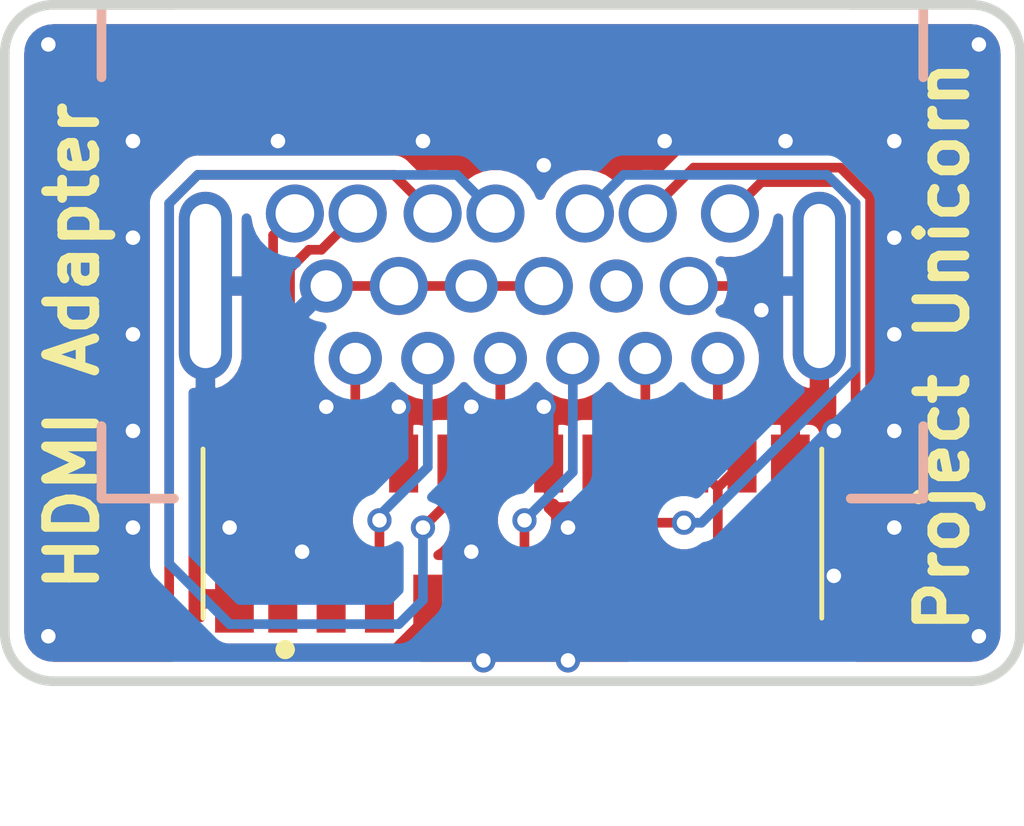
<source format=kicad_pcb>
(kicad_pcb (version 20171130) (host pcbnew "(5.1.6)-1")

  (general
    (thickness 1.6)
    (drawings 20)
    (tracks 112)
    (zones 0)
    (modules 2)
    (nets 15)
  )

  (page A4)
  (layers
    (0 F.Cu signal)
    (31 B.Cu signal)
    (32 B.Adhes user)
    (33 F.Adhes user)
    (34 B.Paste user)
    (35 F.Paste user)
    (36 B.SilkS user)
    (37 F.SilkS user)
    (38 B.Mask user)
    (39 F.Mask user)
    (40 Dwgs.User user)
    (41 Cmts.User user)
    (42 Eco1.User user)
    (43 Eco2.User user)
    (44 Edge.Cuts user)
    (45 Margin user)
    (46 B.CrtYd user)
    (47 F.CrtYd user)
    (48 B.Fab user)
    (49 F.Fab user)
  )

  (setup
    (last_trace_width 0.2)
    (user_trace_width 0.15)
    (trace_clearance 0.1)
    (zone_clearance 0.3)
    (zone_45_only no)
    (trace_min 0.15)
    (via_size 0.5)
    (via_drill 0.3)
    (via_min_size 0.5)
    (via_min_drill 0.3)
    (uvia_size 0.3)
    (uvia_drill 0.1)
    (uvias_allowed no)
    (uvia_min_size 0.2)
    (uvia_min_drill 0.1)
    (edge_width 0.05)
    (segment_width 0.2)
    (pcb_text_width 0.3)
    (pcb_text_size 1.5 1.5)
    (mod_edge_width 0.12)
    (mod_text_size 1 1)
    (mod_text_width 0.15)
    (pad_size 1.524 1.524)
    (pad_drill 0.762)
    (pad_to_mask_clearance 0.05)
    (aux_axis_origin 0 0)
    (visible_elements 7FFFFFFF)
    (pcbplotparams
      (layerselection 0x010fc_ffffffff)
      (usegerberextensions false)
      (usegerberattributes true)
      (usegerberadvancedattributes true)
      (creategerberjobfile true)
      (excludeedgelayer true)
      (linewidth 0.100000)
      (plotframeref false)
      (viasonmask false)
      (mode 1)
      (useauxorigin false)
      (hpglpennumber 1)
      (hpglpenspeed 20)
      (hpglpendiameter 15.000000)
      (psnegative false)
      (psa4output false)
      (plotreference true)
      (plotvalue true)
      (plotinvisibletext false)
      (padsonsilk false)
      (subtractmaskfromsilk false)
      (outputformat 1)
      (mirror false)
      (drillshape 1)
      (scaleselection 1)
      (outputdirectory ""))
  )

  (net 0 "")
  (net 1 GND)
  (net 2 /VCC)
  (net 3 /HEAC_P)
  (net 4 /SDA)
  (net 5 /SCL)
  (net 6 /CEC)
  (net 7 /TMDS_CLK_N)
  (net 8 /TMDS_CLK_P)
  (net 9 /TMDS_0_N)
  (net 10 /TMDS_0_P)
  (net 11 /TMDS_1_N)
  (net 12 /TMDS_1_P)
  (net 13 /TMDS_2_N)
  (net 14 /TMDS_2_P)

  (net_class Default "This is the default net class."
    (clearance 0.1)
    (trace_width 0.2)
    (via_dia 0.5)
    (via_drill 0.3)
    (uvia_dia 0.3)
    (uvia_drill 0.1)
    (add_net /CEC)
    (add_net /HEAC_P)
    (add_net /SCL)
    (add_net /SDA)
    (add_net /TMDS_0_N)
    (add_net /TMDS_0_P)
    (add_net /TMDS_1_N)
    (add_net /TMDS_1_P)
    (add_net /TMDS_2_N)
    (add_net /TMDS_2_P)
    (add_net /TMDS_CLK_N)
    (add_net /TMDS_CLK_P)
    (add_net /VCC)
    (add_net GND)
  )

  (module local:MHDR-A511-M0 (layer B.Cu) (tedit 5EEE2FCB) (tstamp 5F0A0591)
    (at 113.35 43 180)
    (path /5EF149FC)
    (fp_text reference J2 (at 0 -5) (layer B.SilkS) hide
      (effects (font (size 1 1) (thickness 0.15)) (justify mirror))
    )
    (fp_text value Conn_01x19_MountingPin (at 0 2) (layer B.Fab)
      (effects (font (size 1 1) (thickness 0.15)) (justify mirror))
    )
    (fp_line (start -8.5 -5.9) (end -8.5 -4.4) (layer B.SilkS) (width 0.2))
    (fp_line (start -8.5 -5.9) (end -7 -5.9) (layer B.SilkS) (width 0.2))
    (fp_line (start 8.5 -5.9) (end 8.5 -4.4) (layer B.SilkS) (width 0.2))
    (fp_line (start 7 -5.9) (end 8.5 -5.9) (layer B.SilkS) (width 0.2))
    (fp_line (start -8.5 2.82) (end -8.5 4.32) (layer B.SilkS) (width 0.2))
    (fp_line (start -8.5 4.32) (end -7 4.32) (layer B.SilkS) (width 0.2))
    (fp_line (start 8.5 2.82) (end 8.5 4.32) (layer B.SilkS) (width 0.2))
    (fp_line (start 7 4.32) (end 8.5 4.32) (layer B.SilkS) (width 0.2))
    (pad MP thru_hole oval (at -6.35 -1.5 180) (size 1.1 3.9) (drill oval 0.65 3.4) (layers *.Cu *.Mask)
      (net 1 GND))
    (pad 2 thru_hole circle (at 3.85 -1.5 180) (size 1.1 1.1) (drill 0.65) (layers *.Cu *.Mask)
      (net 1 GND))
    (pad 5 thru_hole circle (at 2.35 -1.5 180) (size 1.2 1.2) (drill 0.8) (layers *.Cu *.Mask)
      (net 1 GND))
    (pad 8 thru_hole circle (at 0.85 -1.5 180) (size 1.1 1.1) (drill 0.65) (layers *.Cu *.Mask)
      (net 1 GND))
    (pad 11 thru_hole circle (at -0.65 -1.5 180) (size 1.2 1.2) (drill 0.8) (layers *.Cu *.Mask)
      (net 1 GND))
    (pad 14 thru_hole circle (at -2.15 -1.5 180) (size 1.1 1.1) (drill 0.65) (layers *.Cu *.Mask))
    (pad 18 thru_hole circle (at -4.25 -3 180) (size 1.1 1.1) (drill 0.65) (layers *.Cu *.Mask)
      (net 2 /VCC))
    (pad 16 thru_hole circle (at -2.75 -3 180) (size 1.1 1.1) (drill 0.65) (layers *.Cu *.Mask)
      (net 4 /SDA))
    (pad 12 thru_hole circle (at -1.25 -3 180) (size 1.1 1.1) (drill 0.65) (layers *.Cu *.Mask)
      (net 7 /TMDS_CLK_N))
    (pad 4 thru_hole circle (at 3.25 -3 180) (size 1.1 1.1) (drill 0.65) (layers *.Cu *.Mask)
      (net 12 /TMDS_1_P))
    (pad 6 thru_hole circle (at 1.75 -3 180) (size 1.1 1.1) (drill 0.65) (layers *.Cu *.Mask)
      (net 11 /TMDS_1_N))
    (pad 10 thru_hole circle (at 0.25 -3 180) (size 1.1 1.1) (drill 0.65) (layers *.Cu *.Mask)
      (net 8 /TMDS_CLK_P))
    (pad 17 thru_hole circle (at -3.65 -1.5 180) (size 1.2 1.2) (drill 0.8) (layers *.Cu *.Mask)
      (net 1 GND))
    (pad 7 thru_hole circle (at 1.65 0 180) (size 1.2 1.2) (drill 0.8) (layers *.Cu *.Mask)
      (net 10 /TMDS_0_P))
    (pad 9 thru_hole circle (at 0.35 0 180) (size 1.2 1.2) (drill 0.8) (layers *.Cu *.Mask)
      (net 9 /TMDS_0_N))
    (pad 13 thru_hole circle (at -1.5 0 180) (size 1.2 1.2) (drill 0.8) (layers *.Cu *.Mask)
      (net 6 /CEC))
    (pad 15 thru_hole circle (at -2.8 0 180) (size 1.2 1.2) (drill 0.8) (layers *.Cu *.Mask)
      (net 5 /SCL))
    (pad 19 thru_hole circle (at -4.5 0 180) (size 1.2 1.2) (drill 0.8) (layers *.Cu *.Mask)
      (net 3 /HEAC_P))
    (pad 3 thru_hole circle (at 3.2 0 180) (size 1.2 1.2) (drill 0.8) (layers *.Cu *.Mask)
      (net 13 /TMDS_2_N))
    (pad 1 thru_hole circle (at 4.5 0 180) (size 1.2 1.2) (drill 0.8) (layers *.Cu *.Mask)
      (net 14 /TMDS_2_P))
    (pad MP thru_hole oval (at 6.35 -1.5 180) (size 1.1 3.9) (drill oval 0.65 3.4) (layers *.Cu *.Mask)
      (net 1 GND))
  )

  (module local:5019512010 (layer F.Cu) (tedit 5F09A767) (tstamp 5F0A03DA)
    (at 113.35 50)
    (descr 5019512010)
    (tags Connector)
    (path /5F099EA4)
    (attr smd)
    (fp_text reference J1 (at 0 -5.08) (layer F.SilkS) hide
      (effects (font (size 1.27 1.27) (thickness 0.254)))
    )
    (fp_text value Conn_01x20_MountingPin (at 0 5.08) (layer F.SilkS) hide
      (effects (font (size 1.27 1.27) (thickness 0.254)))
    )
    (fp_line (start -4.6 2.025) (end -4.6 2.025) (layer F.SilkS) (width 0.2))
    (fp_line (start -4.8 2.025) (end -4.8 2.025) (layer F.SilkS) (width 0.2))
    (fp_line (start -6.4 -2.125) (end -6.4 1.375) (layer F.SilkS) (width 0.1))
    (fp_line (start 6.4 -2.125) (end 6.4 1.375) (layer F.SilkS) (width 0.1))
    (fp_line (start -7.4 3.125) (end -7.4 -3.425) (layer F.CrtYd) (width 0.1))
    (fp_line (start 7.4 3.125) (end -7.4 3.125) (layer F.CrtYd) (width 0.1))
    (fp_line (start 7.4 -3.425) (end 7.4 3.125) (layer F.CrtYd) (width 0.1))
    (fp_line (start -7.4 -3.425) (end 7.4 -3.425) (layer F.CrtYd) (width 0.1))
    (fp_line (start -6.4 1.375) (end -6.4 -2.125) (layer F.Fab) (width 0.2))
    (fp_line (start 6.4 1.375) (end -6.4 1.375) (layer F.Fab) (width 0.2))
    (fp_line (start 6.4 -2.125) (end 6.4 1.375) (layer F.Fab) (width 0.2))
    (fp_line (start -6.4 -2.125) (end 6.4 -2.125) (layer F.Fab) (width 0.2))
    (fp_arc (start -4.7 2.025) (end -4.6 2.025) (angle 180) (layer F.SilkS) (width 0.2))
    (fp_arc (start -4.7 2.025) (end -4.8 2.025) (angle 180) (layer F.SilkS) (width 0.2))
    (fp_text user %R (at -0.15 4.5) (layer F.Fab)
      (effects (font (size 1.27 1.27) (thickness 0.254)))
    )
    (pad MP smd rect (at 5.75 0.975) (size 0.8 1.4) (layers F.Cu F.Paste F.Mask)
      (net 1 GND))
    (pad MP smd rect (at 5.75 -1.725) (size 0.8 1.4) (layers F.Cu F.Paste F.Mask)
      (net 1 GND))
    (pad MP smd rect (at -5.75 -1.725) (size 0.8 1.4) (layers F.Cu F.Paste F.Mask)
      (net 1 GND))
    (pad MP smd rect (at -5.75 0.975) (size 0.8 1.4) (layers F.Cu F.Paste F.Mask)
      (net 1 GND))
    (pad 20 smd rect (at 4.75 -1.825) (size 0.6 1.2) (layers F.Cu F.Paste F.Mask)
      (net 2 /VCC))
    (pad 19 smd rect (at 4.25 1.075) (size 0.6 1.2) (layers F.Cu F.Paste F.Mask)
      (net 2 /VCC))
    (pad 18 smd rect (at 3.75 -1.825) (size 0.6 1.2) (layers F.Cu F.Paste F.Mask)
      (net 2 /VCC))
    (pad 17 smd rect (at 3.25 1.075) (size 0.6 1.2) (layers F.Cu F.Paste F.Mask)
      (net 3 /HEAC_P))
    (pad 16 smd rect (at 2.75 -1.825) (size 0.6 1.2) (layers F.Cu F.Paste F.Mask)
      (net 4 /SDA))
    (pad 15 smd rect (at 2.25 1.075) (size 0.6 1.2) (layers F.Cu F.Paste F.Mask)
      (net 5 /SCL))
    (pad 14 smd rect (at 1.75 -1.825) (size 0.6 1.2) (layers F.Cu F.Paste F.Mask)
      (net 6 /CEC))
    (pad 13 smd rect (at 1.25 1.075) (size 0.6 1.2) (layers F.Cu F.Paste F.Mask)
      (net 1 GND))
    (pad 12 smd rect (at 0.75 -1.825) (size 0.6 1.2) (layers F.Cu F.Paste F.Mask)
      (net 1 GND))
    (pad 11 smd rect (at 0.25 1.075) (size 0.6 1.2) (layers F.Cu F.Paste F.Mask)
      (net 7 /TMDS_CLK_N))
    (pad 10 smd rect (at -0.25 -1.825) (size 0.6 1.2) (layers F.Cu F.Paste F.Mask)
      (net 8 /TMDS_CLK_P))
    (pad 9 smd rect (at -0.75 1.075) (size 0.6 1.2) (layers F.Cu F.Paste F.Mask)
      (net 1 GND))
    (pad 8 smd rect (at -1.25 -1.825) (size 0.6 1.2) (layers F.Cu F.Paste F.Mask)
      (net 9 /TMDS_0_N))
    (pad 7 smd rect (at -1.75 1.075) (size 0.6 1.2) (layers F.Cu F.Paste F.Mask)
      (net 10 /TMDS_0_P))
    (pad 6 smd rect (at -2.25 -1.825) (size 0.6 1.2) (layers F.Cu F.Paste F.Mask)
      (net 1 GND))
    (pad 5 smd rect (at -2.75 1.075) (size 0.6 1.2) (layers F.Cu F.Paste F.Mask)
      (net 11 /TMDS_1_N))
    (pad 4 smd rect (at -3.25 -1.825) (size 0.6 1.2) (layers F.Cu F.Paste F.Mask)
      (net 12 /TMDS_1_P))
    (pad 3 smd rect (at -3.75 1.075) (size 0.6 1.2) (layers F.Cu F.Paste F.Mask)
      (net 1 GND))
    (pad 2 smd rect (at -4.25 -1.825) (size 0.6 1.2) (layers F.Cu F.Paste F.Mask)
      (net 13 /TMDS_2_N))
    (pad 1 smd rect (at -4.75 1.075) (size 0.6 1.2) (layers F.Cu F.Paste F.Mask)
      (net 14 /TMDS_2_P))
    (model ${KIPRJMOD}/lib/local.3dshapes/501951-2010.stp
      (offset (xyz 0 0.35 0.5))
      (scale (xyz 1 1 1))
      (rotate (xyz -90 0 0))
    )
  )

  (gr_text "Project Unicorn" (at 122.25 45.75 90) (layer F.SilkS)
    (effects (font (size 1 1) (thickness 0.2)))
  )
  (gr_text "HDMI Adapter" (at 104.25 45.75 90) (layer F.SilkS) (tstamp 5F0A1F8D)
    (effects (font (size 1 1) (thickness 0.2)))
  )
  (gr_arc (start 122.85 39.679999) (end 123.85 39.679999) (angle -90) (layer Edge.Cuts) (width 0.2))
  (gr_line (start 107.15 43) (end 107.15 45.999999) (layer Dwgs.User) (width 0.2))
  (gr_line (start 106.85 45.999999) (end 106.85 43) (layer Dwgs.User) (width 0.2))
  (gr_line (start 122.849999 38.679999) (end 103.85 38.679999) (layer Edge.Cuts) (width 0.2))
  (gr_line (start 119.55 45.999999) (end 119.55 43) (layer Dwgs.User) (width 0.2))
  (gr_line (start 107.15 45.999999) (end 106.85 45.999999) (layer Dwgs.User) (width 0.2))
  (gr_line (start 106.85 43) (end 107.15 43) (layer Dwgs.User) (width 0.2))
  (gr_arc (start 122.85 51.679998) (end 122.85 52.679999) (angle -90) (layer Edge.Cuts) (width 0.2))
  (gr_line (start 103.850001 52.679999) (end 122.85 52.679999) (layer Edge.Cuts) (width 0.2))
  (gr_line (start 102.85 39.679999) (end 102.85 51.679998) (layer Edge.Cuts) (width 0.2))
  (gr_line (start 119.55 43) (end 119.85 43) (layer Dwgs.User) (width 0.2))
  (gr_line (start 123.85 51.679998) (end 123.85 39.679999) (layer Edge.Cuts) (width 0.2))
  (gr_arc (start 103.85 39.679999) (end 103.85 38.679999) (angle -90) (layer Edge.Cuts) (width 0.2))
  (gr_arc (start 103.85 51.679998) (end 102.85 51.679998) (angle -90) (layer Edge.Cuts) (width 0.2))
  (gr_circle (center 119.7 44.5) (end 121.2 44.5) (layer Dwgs.User) (width 0.2))
  (gr_line (start 119.85 45.999999) (end 119.55 45.999999) (layer Dwgs.User) (width 0.2))
  (gr_line (start 119.85 43) (end 119.85 45.999999) (layer Dwgs.User) (width 0.2))
  (gr_circle (center 107 44.5) (end 108.5 44.5) (layer Dwgs.User) (width 0.2))

  (via (at 114.5 52.25) (size 0.5) (drill 0.3) (layers F.Cu B.Cu) (net 0))
  (via (at 112.75 52.25) (size 0.5) (drill 0.3) (layers F.Cu B.Cu) (net 0))
  (segment (start 119.7 44.5) (end 117 44.5) (width 0.2) (layer F.Cu) (net 1))
  (segment (start 109.5 44.5) (end 111 44.5) (width 0.2) (layer F.Cu) (net 1))
  (segment (start 111 44.5) (end 112.5 44.5) (width 0.2) (layer F.Cu) (net 1))
  (segment (start 112.5 44.5) (end 114 44.5) (width 0.2) (layer F.Cu) (net 1))
  (via (at 105.5 41.5) (size 0.5) (drill 0.3) (layers F.Cu B.Cu) (net 1) (tstamp 5F09F142))
  (via (at 103.75 39.5) (size 0.5) (drill 0.3) (layers F.Cu B.Cu) (net 1))
  (via (at 105.5 45.5) (size 0.5) (drill 0.3) (layers F.Cu B.Cu) (net 1))
  (via (at 105.5 47.5) (size 0.5) (drill 0.3) (layers F.Cu B.Cu) (net 1))
  (via (at 105.5 49.5) (size 0.5) (drill 0.3) (layers F.Cu B.Cu) (net 1) (tstamp 5F09F109))
  (via (at 103.75 51.75) (size 0.5) (drill 0.3) (layers F.Cu B.Cu) (net 1) (tstamp 5F0A1BEA))
  (via (at 105.5 43.5) (size 0.5) (drill 0.3) (layers F.Cu B.Cu) (net 1))
  (via (at 108.5 41.5) (size 0.5) (drill 0.3) (layers F.Cu B.Cu) (net 1) (tstamp 5F09F14C))
  (via (at 111.5 41.5) (size 0.5) (drill 0.3) (layers F.Cu B.Cu) (net 1))
  (via (at 121.25 41.5) (size 0.5) (drill 0.3) (layers F.Cu B.Cu) (net 1) (tstamp 5F09F13A))
  (via (at 121.25 43.5) (size 0.5) (drill 0.3) (layers F.Cu B.Cu) (net 1))
  (via (at 121.25 45.5) (size 0.5) (drill 0.3) (layers F.Cu B.Cu) (net 1))
  (via (at 121.25 47.5) (size 0.5) (drill 0.3) (layers F.Cu B.Cu) (net 1))
  (via (at 121.25 49.5) (size 0.5) (drill 0.3) (layers F.Cu B.Cu) (net 1))
  (via (at 123 51.75) (size 0.5) (drill 0.3) (layers F.Cu B.Cu) (net 1))
  (via (at 119 41.5) (size 0.5) (drill 0.3) (layers F.Cu B.Cu) (net 1))
  (via (at 116.5 41.5) (size 0.5) (drill 0.3) (layers F.Cu B.Cu) (net 1))
  (via (at 109 50) (size 0.5) (drill 0.3) (layers F.Cu B.Cu) (net 1))
  (via (at 107.5 49.5) (size 0.5) (drill 0.3) (layers F.Cu B.Cu) (net 1))
  (via (at 114.5 49.5) (size 0.5) (drill 0.3) (layers F.Cu B.Cu) (net 1))
  (via (at 111 47) (size 0.5) (drill 0.3) (layers F.Cu B.Cu) (net 1))
  (via (at 120 50.5) (size 0.5) (drill 0.3) (layers F.Cu B.Cu) (net 1))
  (segment (start 114.1 49.1) (end 114.5 49.5) (width 0.2) (layer F.Cu) (net 1))
  (segment (start 114.1 48.175) (end 114.1 49.1) (width 0.2) (layer F.Cu) (net 1))
  (via (at 114 42) (size 0.5) (drill 0.3) (layers F.Cu B.Cu) (net 1))
  (via (at 112.5 50) (size 0.5) (drill 0.3) (layers F.Cu B.Cu) (net 1))
  (via (at 120 47.5) (size 0.5) (drill 0.3) (layers F.Cu B.Cu) (net 1))
  (via (at 114 47) (size 0.5) (drill 0.3) (layers F.Cu B.Cu) (net 1))
  (via (at 118.5 45) (size 0.5) (drill 0.3) (layers F.Cu B.Cu) (net 1))
  (via (at 109.5 47) (size 0.5) (drill 0.3) (layers F.Cu B.Cu) (net 1))
  (via (at 123 39.5) (size 0.5) (drill 0.3) (layers F.Cu B.Cu) (net 1))
  (via (at 112.5 47) (size 0.5) (drill 0.3) (layers F.Cu B.Cu) (net 1))
  (segment (start 117.6 47.675) (end 117.1 48.175) (width 0.2) (layer F.Cu) (net 2))
  (segment (start 117.6 46) (end 117.6 47.675) (width 0.2) (layer F.Cu) (net 2))
  (segment (start 117.6 47.675) (end 118.1 48.175) (width 0.2) (layer F.Cu) (net 2))
  (segment (start 117.6 48.675) (end 117.1 48.175) (width 0.2) (layer F.Cu) (net 2))
  (segment (start 117.6 51.075) (end 117.6 48.675) (width 0.2) (layer F.Cu) (net 2))
  (segment (start 118.1 48.175) (end 117.6 48.675) (width 0.2) (layer F.Cu) (net 2))
  (segment (start 120.010664 42.34999) (end 120.45001 42.789336) (width 0.2) (layer F.Cu) (net 3))
  (segment (start 117.85 43) (end 118.50001 42.34999) (width 0.2) (layer F.Cu) (net 3))
  (segment (start 118.100001 50.514997) (end 118.100001 51.835001) (width 0.2) (layer F.Cu) (net 3))
  (segment (start 118.50001 42.34999) (end 120.010664 42.34999) (width 0.2) (layer F.Cu) (net 3))
  (segment (start 117.1 51.875) (end 116.6 51.375) (width 0.2) (layer F.Cu) (net 3))
  (segment (start 120.45001 42.789336) (end 120.45001 49.74999) (width 0.2) (layer F.Cu) (net 3))
  (segment (start 120.45001 49.74999) (end 118.865008 49.74999) (width 0.2) (layer F.Cu) (net 3))
  (segment (start 118.865008 49.74999) (end 118.100001 50.514997) (width 0.2) (layer F.Cu) (net 3))
  (segment (start 118.100001 51.835001) (end 118.060001 51.875001) (width 0.2) (layer F.Cu) (net 3))
  (segment (start 118.060001 51.875001) (end 117.1 51.875) (width 0.2) (layer F.Cu) (net 3))
  (segment (start 116.6 51.375) (end 116.6 51.075) (width 0.2) (layer F.Cu) (net 3))
  (segment (start 116.1 46) (end 116.1 48.175) (width 0.2) (layer F.Cu) (net 4))
  (segment (start 115.6 51.335002) (end 115.6 51.075) (width 0.2) (layer F.Cu) (net 5))
  (segment (start 116.440007 52.175009) (end 115.6 51.335002) (width 0.2) (layer F.Cu) (net 5))
  (segment (start 117.10002 42.04998) (end 120.134933 42.049981) (width 0.2) (layer F.Cu) (net 5))
  (segment (start 119.774991 52.175009) (end 116.440007 52.175009) (width 0.2) (layer F.Cu) (net 5))
  (segment (start 116.15 43) (end 117.10002 42.04998) (width 0.2) (layer F.Cu) (net 5))
  (segment (start 120.75002 51.19998) (end 119.774991 52.175009) (width 0.2) (layer F.Cu) (net 5))
  (segment (start 120.134933 42.049981) (end 120.75002 42.665068) (width 0.2) (layer F.Cu) (net 5))
  (segment (start 120.75002 42.665068) (end 120.75002 51.19998) (width 0.2) (layer F.Cu) (net 5))
  (via (at 116.9 49.4) (size 0.5) (drill 0.3) (layers F.Cu B.Cu) (net 6))
  (segment (start 115.1 48.175) (end 115.1 48.975) (width 0.2) (layer F.Cu) (net 6))
  (segment (start 115.525 49.4) (end 116.9 49.4) (width 0.2) (layer F.Cu) (net 6))
  (segment (start 115.1 48.975) (end 115.525 49.4) (width 0.2) (layer F.Cu) (net 6))
  (segment (start 119.860673 42.199999) (end 115.650001 42.199999) (width 0.2) (layer B.Cu) (net 6))
  (segment (start 120.45001 42.789336) (end 119.860673 42.199999) (width 0.2) (layer B.Cu) (net 6))
  (segment (start 117.260674 49.4) (end 120.45001 46.210664) (width 0.2) (layer B.Cu) (net 6))
  (segment (start 120.45001 46.210664) (end 120.45001 42.789336) (width 0.2) (layer B.Cu) (net 6))
  (segment (start 116.9 49.4) (end 117.260674 49.4) (width 0.2) (layer B.Cu) (net 6))
  (segment (start 115.650001 42.199999) (end 114.85 43) (width 0.2) (layer B.Cu) (net 6))
  (segment (start 114.6 46) (end 114.6 48.35) (width 0.2) (layer B.Cu) (net 7))
  (via (at 113.6 49.35) (size 0.5) (drill 0.3) (layers F.Cu B.Cu) (net 7))
  (segment (start 114.6 48.35) (end 113.6 49.35) (width 0.2) (layer B.Cu) (net 7))
  (segment (start 113.6 49.35) (end 113.6 51.075) (width 0.2) (layer F.Cu) (net 7))
  (segment (start 113.1 46) (end 113.1 48.175) (width 0.2) (layer F.Cu) (net 8))
  (via (at 111.5 49.5) (size 0.5) (drill 0.3) (layers F.Cu B.Cu) (net 9))
  (segment (start 112.1 48.9) (end 112.1 48.175) (width 0.2) (layer F.Cu) (net 9))
  (segment (start 111.5 49.5) (end 112.1 48.9) (width 0.2) (layer F.Cu) (net 9))
  (segment (start 107.5 51.5) (end 111 51.5) (width 0.2) (layer B.Cu) (net 9))
  (segment (start 113 43) (end 112.199999 42.199999) (width 0.2) (layer B.Cu) (net 9))
  (segment (start 112.199999 42.199999) (end 106.839327 42.199999) (width 0.2) (layer B.Cu) (net 9))
  (segment (start 106.839327 42.199999) (end 106.24999 42.789336) (width 0.2) (layer B.Cu) (net 9))
  (segment (start 106.24999 42.789336) (end 106.24999 50.24999) (width 0.2) (layer B.Cu) (net 9))
  (segment (start 106.24999 50.24999) (end 107.5 51.5) (width 0.2) (layer B.Cu) (net 9))
  (segment (start 111 51.5) (end 111.5 51) (width 0.2) (layer B.Cu) (net 9))
  (segment (start 111.5 51) (end 111.5 49.5) (width 0.2) (layer B.Cu) (net 9))
  (segment (start 110.935002 52) (end 111.6 51.335002) (width 0.2) (layer F.Cu) (net 10))
  (segment (start 111.6 51.335002) (end 111.6 51.075) (width 0.2) (layer F.Cu) (net 10))
  (segment (start 110.899999 42.199999) (end 106.839327 42.199999) (width 0.2) (layer F.Cu) (net 10))
  (segment (start 106.832499 52) (end 110.935002 52) (width 0.2) (layer F.Cu) (net 10))
  (segment (start 111.7 43) (end 110.899999 42.199999) (width 0.2) (layer F.Cu) (net 10))
  (segment (start 106.24999 42.789336) (end 106.24999 51.417491) (width 0.2) (layer F.Cu) (net 10))
  (segment (start 106.839327 42.199999) (end 106.24999 42.789336) (width 0.2) (layer F.Cu) (net 10))
  (segment (start 106.24999 51.417491) (end 106.832499 52) (width 0.2) (layer F.Cu) (net 10))
  (segment (start 111.6 46) (end 111.6 48.25) (width 0.2) (layer B.Cu) (net 11))
  (via (at 110.6 49.35) (size 0.5) (drill 0.3) (layers F.Cu B.Cu) (net 11))
  (segment (start 110.6 49.25) (end 110.6 49.35) (width 0.2) (layer B.Cu) (net 11))
  (segment (start 111.6 48.25) (end 110.6 49.25) (width 0.2) (layer B.Cu) (net 11))
  (segment (start 110.6 49.35) (end 110.6 51.075) (width 0.2) (layer F.Cu) (net 11))
  (segment (start 110.1 46) (end 110.1 48.175) (width 0.2) (layer F.Cu) (net 12))
  (segment (start 110.15 43) (end 109.4 43.75) (width 0.2) (layer F.Cu) (net 13))
  (segment (start 109.139998 43.75) (end 109.4 43.75) (width 0.2) (layer F.Cu) (net 13))
  (segment (start 108.749999 44.139999) (end 109.139998 43.75) (width 0.2) (layer F.Cu) (net 13))
  (segment (start 108.749999 47.824999) (end 108.749999 44.139999) (width 0.2) (layer F.Cu) (net 13))
  (segment (start 109.1 48.175) (end 108.749999 47.824999) (width 0.2) (layer F.Cu) (net 13))
  (segment (start 108.85 43) (end 108.4 43.45) (width 0.2) (layer F.Cu) (net 14))
  (segment (start 108.4 50.875) (end 108.6 51.075) (width 0.2) (layer F.Cu) (net 14))
  (segment (start 108.4 43.45) (end 108.4 50.875) (width 0.2) (layer F.Cu) (net 14))

  (zone (net 1) (net_name GND) (layer F.Cu) (tstamp 0) (hatch edge 0.508)
    (connect_pads (clearance 0.3))
    (min_thickness 0.2)
    (fill yes (arc_segments 32) (thermal_gap 0.2) (thermal_bridge_width 0.4))
    (polygon
      (pts
        (xy 123.85 52.65) (xy 102.85 52.65) (xy 102.85 38.7) (xy 123.85 38.7)
      )
    )
    (filled_polygon
      (pts
        (xy 122.946652 39.191874) (xy 123.039623 39.219943) (xy 123.125369 39.265535) (xy 123.200628 39.326915) (xy 123.26253 39.401741)
        (xy 123.308722 39.487171) (xy 123.337438 39.579939) (xy 123.350001 39.699463) (xy 123.35 51.655551) (xy 123.338126 51.77665)
        (xy 123.310056 51.869622) (xy 123.264466 51.955365) (xy 123.203084 52.030627) (xy 123.128258 52.092528) (xy 123.042827 52.138721)
        (xy 122.950059 52.167437) (xy 122.830546 52.179999) (xy 120.477107 52.179999) (xy 121.086207 51.5709) (xy 121.105284 51.555244)
        (xy 121.167766 51.479109) (xy 121.214195 51.392247) (xy 121.242785 51.297997) (xy 121.25002 51.22454) (xy 121.25002 51.224539)
        (xy 121.252439 51.199981) (xy 121.25002 51.175423) (xy 121.25002 42.689617) (xy 121.252438 42.665067) (xy 121.25002 42.640517)
        (xy 121.25002 42.640508) (xy 121.242785 42.567051) (xy 121.214195 42.472801) (xy 121.167766 42.385939) (xy 121.105284 42.309804)
        (xy 121.086206 42.294148) (xy 120.505857 41.7138) (xy 120.490197 41.694718) (xy 120.414062 41.632236) (xy 120.3272 41.585807)
        (xy 120.327193 41.585805) (xy 120.23295 41.557216) (xy 120.134933 41.547562) (xy 120.110363 41.549982) (xy 117.124577 41.54998)
        (xy 117.100019 41.547561) (xy 117.075461 41.54998) (xy 117.002004 41.557215) (xy 116.907754 41.585805) (xy 116.907751 41.585806)
        (xy 116.82089 41.632235) (xy 116.77598 41.669092) (xy 116.744757 41.694716) (xy 116.729101 41.713793) (xy 116.410641 42.032253)
        (xy 116.248491 42) (xy 116.051509 42) (xy 115.858311 42.038429) (xy 115.676322 42.113811) (xy 115.512537 42.223249)
        (xy 115.5 42.235786) (xy 115.487463 42.223249) (xy 115.323678 42.113811) (xy 115.141689 42.038429) (xy 114.948491 42)
        (xy 114.751509 42) (xy 114.558311 42.038429) (xy 114.376322 42.113811) (xy 114.212537 42.223249) (xy 114.073249 42.362537)
        (xy 113.963811 42.526322) (xy 113.925 42.62002) (xy 113.886189 42.526322) (xy 113.776751 42.362537) (xy 113.637463 42.223249)
        (xy 113.473678 42.113811) (xy 113.291689 42.038429) (xy 113.098491 42) (xy 112.901509 42) (xy 112.708311 42.038429)
        (xy 112.526322 42.113811) (xy 112.362537 42.223249) (xy 112.35 42.235786) (xy 112.337463 42.223249) (xy 112.173678 42.113811)
        (xy 111.991689 42.038429) (xy 111.798491 42) (xy 111.601509 42) (xy 111.439359 42.032253) (xy 111.270928 41.863823)
        (xy 111.255263 41.844735) (xy 111.179128 41.782253) (xy 111.092266 41.735824) (xy 110.998016 41.707234) (xy 110.924559 41.699999)
        (xy 110.899999 41.69758) (xy 110.875439 41.699999) (xy 106.863876 41.699999) (xy 106.839326 41.697581) (xy 106.814776 41.699999)
        (xy 106.814767 41.699999) (xy 106.74131 41.707234) (xy 106.64706 41.735824) (xy 106.560198 41.782253) (xy 106.484063 41.844735)
        (xy 106.468407 41.863813) (xy 105.913813 42.418407) (xy 105.894726 42.434072) (xy 105.832244 42.510207) (xy 105.785815 42.59707)
        (xy 105.772638 42.640509) (xy 105.757225 42.691319) (xy 105.747571 42.789336) (xy 105.74999 42.813896) (xy 105.749991 51.392921)
        (xy 105.747571 51.417491) (xy 105.757225 51.515508) (xy 105.777217 51.581412) (xy 105.785816 51.609758) (xy 105.832245 51.69662)
        (xy 105.894727 51.772755) (xy 105.913809 51.788415) (xy 106.305392 52.179999) (xy 103.874467 52.179999) (xy 103.753349 52.168123)
        (xy 103.660378 52.140054) (xy 103.574631 52.094461) (xy 103.499373 52.033082) (xy 103.43747 51.958255) (xy 103.391278 51.872826)
        (xy 103.362562 51.780057) (xy 103.35 51.660544) (xy 103.35 39.704457) (xy 103.361875 39.583347) (xy 103.389944 39.490376)
        (xy 103.435536 39.40463) (xy 103.496916 39.329371) (xy 103.571742 39.267469) (xy 103.657172 39.221277) (xy 103.74994 39.192561)
        (xy 103.869454 39.179999) (xy 122.825542 39.179999)
      )
    )
    (filled_polygon
      (pts
        (xy 114.275 49.075) (xy 114.4 49.076452) (xy 114.45881 49.07066) (xy 114.511954 49.054538) (xy 114.515789 49.059211)
        (xy 114.576697 49.109197) (xy 114.626244 49.135681) (xy 114.634779 49.163814) (xy 114.635826 49.167267) (xy 114.682255 49.254129)
        (xy 114.744737 49.330264) (xy 114.763819 49.345924) (xy 115.154079 49.736186) (xy 115.169736 49.755264) (xy 115.245871 49.817746)
        (xy 115.332733 49.864175) (xy 115.426983 49.892765) (xy 115.525 49.902419) (xy 115.54956 49.9) (xy 116.480761 49.9)
        (xy 116.485649 49.904888) (xy 116.59211 49.976022) (xy 116.710402 50.025021) (xy 116.835981 50.05) (xy 116.964019 50.05)
        (xy 117.089598 50.025021) (xy 117.1 50.020712) (xy 117.1 50.128347) (xy 117.053814 50.10366) (xy 116.978414 50.080788)
        (xy 116.9 50.073065) (xy 116.3 50.073065) (xy 116.221586 50.080788) (xy 116.146186 50.10366) (xy 116.1 50.128347)
        (xy 116.053814 50.10366) (xy 115.978414 50.080788) (xy 115.9 50.073065) (xy 115.3 50.073065) (xy 115.221586 50.080788)
        (xy 115.146186 50.10366) (xy 115.076697 50.140803) (xy 115.015789 50.190789) (xy 115.011954 50.195462) (xy 114.95881 50.17934)
        (xy 114.9 50.173548) (xy 114.775 50.175) (xy 114.7 50.25) (xy 114.7 50.975) (xy 114.72 50.975)
        (xy 114.72 51.175) (xy 114.7 51.175) (xy 114.7 51.9) (xy 114.775 51.975) (xy 114.9 51.976452)
        (xy 114.95881 51.97066) (xy 115.011954 51.954538) (xy 115.015789 51.959211) (xy 115.076697 52.009197) (xy 115.146186 52.04634)
        (xy 115.221586 52.069212) (xy 115.3 52.076935) (xy 115.634827 52.076935) (xy 115.737891 52.179999) (xy 111.462108 52.179999)
        (xy 111.565172 52.076935) (xy 111.9 52.076935) (xy 111.978414 52.069212) (xy 112.053814 52.04634) (xy 112.123303 52.009197)
        (xy 112.184211 51.959211) (xy 112.188046 51.954538) (xy 112.24119 51.97066) (xy 112.3 51.976452) (xy 112.425 51.975)
        (xy 112.5 51.9) (xy 112.5 51.175) (xy 112.48 51.175) (xy 112.48 50.975) (xy 112.5 50.975)
        (xy 112.5 50.25) (xy 112.425 50.175) (xy 112.3 50.173548) (xy 112.24119 50.17934) (xy 112.188046 50.195462)
        (xy 112.184211 50.190789) (xy 112.123303 50.140803) (xy 112.053814 50.10366) (xy 111.978414 50.080788) (xy 111.9 50.073065)
        (xy 111.812316 50.073065) (xy 111.914351 50.004888) (xy 112.004888 49.914351) (xy 112.076022 49.80789) (xy 112.125021 49.689598)
        (xy 112.15 49.564019) (xy 112.15 49.557105) (xy 112.436181 49.270925) (xy 112.455264 49.255264) (xy 112.517746 49.179129)
        (xy 112.531684 49.153053) (xy 112.553814 49.14634) (xy 112.6 49.121653) (xy 112.646186 49.14634) (xy 112.721586 49.169212)
        (xy 112.8 49.176935) (xy 112.97169 49.176935) (xy 112.95 49.285981) (xy 112.95 49.414019) (xy 112.974979 49.539598)
        (xy 113.023978 49.65789) (xy 113.095112 49.764351) (xy 113.1 49.769239) (xy 113.1 50.128347) (xy 113.076697 50.140803)
        (xy 113.015789 50.190789) (xy 113.011954 50.195462) (xy 112.95881 50.17934) (xy 112.9 50.173548) (xy 112.775 50.175)
        (xy 112.7 50.25) (xy 112.7 50.975) (xy 112.72 50.975) (xy 112.72 51.175) (xy 112.7 51.175)
        (xy 112.7 51.9) (xy 112.775 51.975) (xy 112.9 51.976452) (xy 112.95881 51.97066) (xy 113.011954 51.954538)
        (xy 113.015789 51.959211) (xy 113.076697 52.009197) (xy 113.146186 52.04634) (xy 113.221586 52.069212) (xy 113.3 52.076935)
        (xy 113.9 52.076935) (xy 113.978414 52.069212) (xy 114.053814 52.04634) (xy 114.123303 52.009197) (xy 114.184211 51.959211)
        (xy 114.188046 51.954538) (xy 114.24119 51.97066) (xy 114.3 51.976452) (xy 114.425 51.975) (xy 114.5 51.9)
        (xy 114.5 51.175) (xy 114.48 51.175) (xy 114.48 50.975) (xy 114.5 50.975) (xy 114.5 50.25)
        (xy 114.425 50.175) (xy 114.3 50.173548) (xy 114.24119 50.17934) (xy 114.188046 50.195462) (xy 114.184211 50.190789)
        (xy 114.123303 50.140803) (xy 114.1 50.128347) (xy 114.1 49.769239) (xy 114.104888 49.764351) (xy 114.176022 49.65789)
        (xy 114.225021 49.539598) (xy 114.25 49.414019) (xy 114.25 49.285981) (xy 114.225021 49.160402) (xy 114.189646 49.075)
        (xy 114.200002 49.075) (xy 114.200002 49.000002)
      )
    )
    (filled_polygon
      (pts
        (xy 120.250021 50.992872) (xy 119.800808 51.442086) (xy 119.8 51.15) (xy 119.725 51.075) (xy 119.2 51.075)
        (xy 119.2 51.095) (xy 119 51.095) (xy 119 51.075) (xy 118.98 51.075) (xy 118.98 50.875)
        (xy 119 50.875) (xy 119 50.855) (xy 119.2 50.855) (xy 119.2 50.875) (xy 119.725 50.875)
        (xy 119.8 50.8) (xy 119.801452 50.275) (xy 119.798989 50.24999) (xy 120.250021 50.24999)
      )
    )
    (filled_polygon
      (pts
        (xy 107.888429 43.291689) (xy 107.909843 43.343387) (xy 107.907235 43.351983) (xy 107.897581 43.45) (xy 107.9 43.47456)
        (xy 107.900001 47.274193) (xy 107.775 47.275) (xy 107.7 47.35) (xy 107.7 48.175) (xy 107.72 48.175)
        (xy 107.72 48.375) (xy 107.7 48.375) (xy 107.7 49.2) (xy 107.775 49.275) (xy 107.900001 49.275807)
        (xy 107.900001 49.974193) (xy 107.775 49.975) (xy 107.7 50.05) (xy 107.7 50.875) (xy 107.72 50.875)
        (xy 107.72 51.075) (xy 107.7 51.075) (xy 107.7 51.095) (xy 107.5 51.095) (xy 107.5 51.075)
        (xy 106.975 51.075) (xy 106.9 51.15) (xy 106.89942 51.359815) (xy 106.74999 51.210386) (xy 106.74999 50.275)
        (xy 106.898548 50.275) (xy 106.9 50.8) (xy 106.975 50.875) (xy 107.5 50.875) (xy 107.5 50.05)
        (xy 107.425 49.975) (xy 107.2 49.973548) (xy 107.14119 49.97934) (xy 107.084639 49.996495) (xy 107.032522 50.024352)
        (xy 106.986841 50.061841) (xy 106.949352 50.107522) (xy 106.921495 50.159639) (xy 106.90434 50.21619) (xy 106.898548 50.275)
        (xy 106.74999 50.275) (xy 106.74999 48.975) (xy 106.898548 48.975) (xy 106.90434 49.03381) (xy 106.921495 49.090361)
        (xy 106.949352 49.142478) (xy 106.986841 49.188159) (xy 107.032522 49.225648) (xy 107.084639 49.253505) (xy 107.14119 49.27066)
        (xy 107.2 49.276452) (xy 107.425 49.275) (xy 107.5 49.2) (xy 107.5 48.375) (xy 106.975 48.375)
        (xy 106.9 48.45) (xy 106.898548 48.975) (xy 106.74999 48.975) (xy 106.74999 47.575) (xy 106.898548 47.575)
        (xy 106.9 48.1) (xy 106.975 48.175) (xy 107.5 48.175) (xy 107.5 47.35) (xy 107.425 47.275)
        (xy 107.2 47.273548) (xy 107.14119 47.27934) (xy 107.084639 47.296495) (xy 107.032522 47.324352) (xy 106.986841 47.361841)
        (xy 106.949352 47.407522) (xy 106.921495 47.459639) (xy 106.90434 47.51619) (xy 106.898548 47.575) (xy 106.74999 47.575)
        (xy 106.74999 46.711299) (xy 106.769185 46.718061) (xy 106.9 46.668521) (xy 106.9 44.6) (xy 107.1 44.6)
        (xy 107.1 46.668521) (xy 107.230815 46.718061) (xy 107.389088 46.662306) (xy 107.53033 46.571751) (xy 107.651192 46.455381)
        (xy 107.747029 46.317668) (xy 107.814158 46.163905) (xy 107.85 46) (xy 107.85 44.6) (xy 107.1 44.6)
        (xy 106.9 44.6) (xy 106.88 44.6) (xy 106.88 44.4) (xy 106.9 44.4) (xy 106.9 44.38)
        (xy 107.1 44.38) (xy 107.1 44.4) (xy 107.85 44.4) (xy 107.85 43.098491)
      )
    )
    (filled_polygon
      (pts
        (xy 109.646186 49.14634) (xy 109.721586 49.169212) (xy 109.8 49.176935) (xy 109.97169 49.176935) (xy 109.95 49.285981)
        (xy 109.95 49.414019) (xy 109.974979 49.539598) (xy 110.023978 49.65789) (xy 110.095112 49.764351) (xy 110.1 49.769239)
        (xy 110.1 50.128347) (xy 110.076697 50.140803) (xy 110.015789 50.190789) (xy 110.011954 50.195462) (xy 109.95881 50.17934)
        (xy 109.9 50.173548) (xy 109.775 50.175) (xy 109.7 50.25) (xy 109.7 50.975) (xy 109.72 50.975)
        (xy 109.72 51.175) (xy 109.7 51.175) (xy 109.7 51.195) (xy 109.5 51.195) (xy 109.5 51.175)
        (xy 109.48 51.175) (xy 109.48 50.975) (xy 109.5 50.975) (xy 109.5 50.25) (xy 109.425 50.175)
        (xy 109.3 50.173548) (xy 109.24119 50.17934) (xy 109.188046 50.195462) (xy 109.184211 50.190789) (xy 109.123303 50.140803)
        (xy 109.053814 50.10366) (xy 108.978414 50.080788) (xy 108.9 50.073065) (xy 108.9 49.176935) (xy 109.4 49.176935)
        (xy 109.478414 49.169212) (xy 109.553814 49.14634) (xy 109.6 49.121653)
      )
    )
    (filled_polygon
      (pts
        (xy 118.85 44.4) (xy 119.6 44.4) (xy 119.6 44.38) (xy 119.8 44.38) (xy 119.8 44.4)
        (xy 119.82 44.4) (xy 119.82 44.6) (xy 119.8 44.6) (xy 119.8 46.668521) (xy 119.930815 46.718061)
        (xy 119.950011 46.711299) (xy 119.950011 49.24999) (xy 119.621937 49.24999) (xy 119.667478 49.225648) (xy 119.713159 49.188159)
        (xy 119.750648 49.142478) (xy 119.778505 49.090361) (xy 119.79566 49.03381) (xy 119.801452 48.975) (xy 119.8 48.45)
        (xy 119.725 48.375) (xy 119.2 48.375) (xy 119.2 48.395) (xy 119 48.395) (xy 119 48.375)
        (xy 118.98 48.375) (xy 118.98 48.175) (xy 119 48.175) (xy 119 47.35) (xy 119.2 47.35)
        (xy 119.2 48.175) (xy 119.725 48.175) (xy 119.8 48.1) (xy 119.801452 47.575) (xy 119.79566 47.51619)
        (xy 119.778505 47.459639) (xy 119.750648 47.407522) (xy 119.713159 47.361841) (xy 119.667478 47.324352) (xy 119.615361 47.296495)
        (xy 119.55881 47.27934) (xy 119.5 47.273548) (xy 119.275 47.275) (xy 119.2 47.35) (xy 119 47.35)
        (xy 118.925 47.275) (xy 118.7 47.273548) (xy 118.667146 47.276784) (xy 118.623303 47.240803) (xy 118.553814 47.20366)
        (xy 118.478414 47.180788) (xy 118.4 47.173065) (xy 118.1 47.173065) (xy 118.1 46.808466) (xy 118.20559 46.737913)
        (xy 118.337913 46.60559) (xy 118.441879 46.449994) (xy 118.513492 46.277105) (xy 118.55 46.093567) (xy 118.55 45.906433)
        (xy 118.513492 45.722895) (xy 118.441879 45.550006) (xy 118.337913 45.39441) (xy 118.20559 45.262087) (xy 118.049994 45.158121)
        (xy 117.877105 45.086508) (xy 117.693567 45.05) (xy 117.691424 45.05) (xy 117.652876 45.011452) (xy 117.785931 44.947405)
        (xy 117.858114 44.78548) (xy 117.89732 44.612586) (xy 117.897655 44.6) (xy 118.85 44.6) (xy 118.85 46)
        (xy 118.885842 46.163905) (xy 118.952971 46.317668) (xy 119.048808 46.455381) (xy 119.16967 46.571751) (xy 119.310912 46.662306)
        (xy 119.469185 46.718061) (xy 119.6 46.668521) (xy 119.6 44.6) (xy 118.85 44.6) (xy 117.897655 44.6)
        (xy 117.902043 44.435364) (xy 117.8721 44.260626) (xy 117.808644 44.095087) (xy 117.785931 44.052595) (xy 117.652876 43.988548)
        (xy 117.659688 43.981736) (xy 117.751509 44) (xy 117.948491 44) (xy 118.141689 43.961571) (xy 118.323678 43.886189)
        (xy 118.487463 43.776751) (xy 118.626751 43.637463) (xy 118.736189 43.473678) (xy 118.811571 43.291689) (xy 118.85 43.098491)
      )
    )
    (filled_polygon
      (pts
        (xy 112.362087 46.60559) (xy 112.49441 46.737913) (xy 112.6 46.808466) (xy 112.600001 47.228347) (xy 112.553814 47.20366)
        (xy 112.478414 47.180788) (xy 112.4 47.173065) (xy 111.8 47.173065) (xy 111.721586 47.180788) (xy 111.646186 47.20366)
        (xy 111.576697 47.240803) (xy 111.515789 47.290789) (xy 111.511954 47.295462) (xy 111.45881 47.27934) (xy 111.4 47.273548)
        (xy 111.275 47.275) (xy 111.2 47.35) (xy 111.2 48.075) (xy 111.22 48.075) (xy 111.22 48.275)
        (xy 111.2 48.275) (xy 111.2 48.295) (xy 111 48.295) (xy 111 48.275) (xy 110.98 48.275)
        (xy 110.98 48.075) (xy 111 48.075) (xy 111 47.35) (xy 110.925 47.275) (xy 110.8 47.273548)
        (xy 110.74119 47.27934) (xy 110.688046 47.295462) (xy 110.684211 47.290789) (xy 110.623303 47.240803) (xy 110.6 47.228347)
        (xy 110.6 46.808466) (xy 110.70559 46.737913) (xy 110.837913 46.60559) (xy 110.85 46.587501) (xy 110.862087 46.60559)
        (xy 110.99441 46.737913) (xy 111.150006 46.841879) (xy 111.322895 46.913492) (xy 111.506433 46.95) (xy 111.693567 46.95)
        (xy 111.877105 46.913492) (xy 112.049994 46.841879) (xy 112.20559 46.737913) (xy 112.337913 46.60559) (xy 112.35 46.587501)
      )
    )
    (filled_polygon
      (pts
        (xy 115.362087 46.60559) (xy 115.49441 46.737913) (xy 115.6 46.808466) (xy 115.600001 47.228347) (xy 115.553814 47.20366)
        (xy 115.478414 47.180788) (xy 115.4 47.173065) (xy 114.8 47.173065) (xy 114.721586 47.180788) (xy 114.646186 47.20366)
        (xy 114.576697 47.240803) (xy 114.515789 47.290789) (xy 114.511954 47.295462) (xy 114.45881 47.27934) (xy 114.4 47.273548)
        (xy 114.275 47.275) (xy 114.2 47.35) (xy 114.2 48.075) (xy 114.22 48.075) (xy 114.22 48.275)
        (xy 114.2 48.275) (xy 114.2 48.295) (xy 114 48.295) (xy 114 48.275) (xy 113.98 48.275)
        (xy 113.98 48.075) (xy 114 48.075) (xy 114 47.35) (xy 113.925 47.275) (xy 113.8 47.273548)
        (xy 113.74119 47.27934) (xy 113.688046 47.295462) (xy 113.684211 47.290789) (xy 113.623303 47.240803) (xy 113.6 47.228347)
        (xy 113.6 46.808466) (xy 113.70559 46.737913) (xy 113.837913 46.60559) (xy 113.85 46.587501) (xy 113.862087 46.60559)
        (xy 113.99441 46.737913) (xy 114.150006 46.841879) (xy 114.322895 46.913492) (xy 114.506433 46.95) (xy 114.693567 46.95)
        (xy 114.877105 46.913492) (xy 115.049994 46.841879) (xy 115.20559 46.737913) (xy 115.337913 46.60559) (xy 115.35 46.587501)
      )
    )
    (filled_polygon
      (pts
        (xy 109.258121 46.449994) (xy 109.362087 46.60559) (xy 109.49441 46.737913) (xy 109.6 46.808466) (xy 109.600001 47.228347)
        (xy 109.553814 47.20366) (xy 109.478414 47.180788) (xy 109.4 47.173065) (xy 109.249999 47.173065) (xy 109.249999 46.430386)
      )
    )
    (filled_polygon
      (pts
        (xy 109.655564 44.485858) (xy 109.641421 44.5) (xy 109.655564 44.514143) (xy 109.514143 44.655564) (xy 109.5 44.641421)
        (xy 109.485858 44.655564) (xy 109.344437 44.514143) (xy 109.358579 44.5) (xy 109.344437 44.485858) (xy 109.485858 44.344437)
        (xy 109.5 44.358579) (xy 109.514143 44.344437)
      )
    )
    (filled_polygon
      (pts
        (xy 111.155564 44.485858) (xy 111.141421 44.5) (xy 111.155564 44.514142) (xy 111.014142 44.655564) (xy 111 44.641421)
        (xy 110.985858 44.655564) (xy 110.844436 44.514142) (xy 110.858579 44.5) (xy 110.844436 44.485858) (xy 110.985858 44.344436)
        (xy 111 44.358579) (xy 111.014142 44.344436)
      )
    )
    (filled_polygon
      (pts
        (xy 112.655564 44.485858) (xy 112.641421 44.5) (xy 112.655564 44.514143) (xy 112.514143 44.655564) (xy 112.5 44.641421)
        (xy 112.485858 44.655564) (xy 112.344437 44.514143) (xy 112.358579 44.5) (xy 112.344437 44.485858) (xy 112.485858 44.344437)
        (xy 112.5 44.358579) (xy 112.514143 44.344437)
      )
    )
    (filled_polygon
      (pts
        (xy 114.155564 44.485858) (xy 114.141421 44.5) (xy 114.155564 44.514142) (xy 114.014142 44.655564) (xy 114 44.641421)
        (xy 113.985858 44.655564) (xy 113.844436 44.514142) (xy 113.858579 44.5) (xy 113.844436 44.485858) (xy 113.985858 44.344436)
        (xy 114 44.358579) (xy 114.014142 44.344436)
      )
    )
    (filled_polygon
      (pts
        (xy 117.155564 44.485858) (xy 117.141421 44.5) (xy 117.155564 44.514142) (xy 117.014142 44.655564) (xy 117 44.641421)
        (xy 116.985858 44.655564) (xy 116.844436 44.514142) (xy 116.858579 44.5) (xy 116.844436 44.485858) (xy 116.985858 44.344436)
        (xy 117 44.358579) (xy 117.014142 44.344436)
      )
    )
  )
  (zone (net 1) (net_name GND) (layer B.Cu) (tstamp 0) (hatch edge 0.508)
    (connect_pads (clearance 0.3))
    (min_thickness 0.2)
    (fill yes (arc_segments 32) (thermal_gap 0.2) (thermal_bridge_width 0.4))
    (polygon
      (pts
        (xy 123.85 52.65) (xy 102.85 52.7) (xy 102.8 38.75) (xy 102.85 38.7) (xy 123.85 38.7)
      )
    )
    (filled_polygon
      (pts
        (xy 122.946652 39.191874) (xy 123.039623 39.219943) (xy 123.125369 39.265535) (xy 123.200628 39.326915) (xy 123.26253 39.401741)
        (xy 123.308722 39.487171) (xy 123.337438 39.579939) (xy 123.350001 39.699463) (xy 123.35 51.655551) (xy 123.338126 51.77665)
        (xy 123.310056 51.869622) (xy 123.264466 51.955365) (xy 123.203084 52.030627) (xy 123.128258 52.092528) (xy 123.042827 52.138721)
        (xy 122.950059 52.167437) (xy 122.830546 52.179999) (xy 103.874467 52.179999) (xy 103.753349 52.168123) (xy 103.660378 52.140054)
        (xy 103.574631 52.094461) (xy 103.499373 52.033082) (xy 103.43747 51.958255) (xy 103.391278 51.872826) (xy 103.362562 51.780057)
        (xy 103.35 51.660544) (xy 103.35 42.789336) (xy 105.747571 42.789336) (xy 105.74999 42.813896) (xy 105.749991 50.22542)
        (xy 105.747571 50.24999) (xy 105.757225 50.348007) (xy 105.785816 50.442257) (xy 105.832245 50.529119) (xy 105.894727 50.605254)
        (xy 105.913809 50.620914) (xy 107.129075 51.836181) (xy 107.144736 51.855264) (xy 107.220871 51.917746) (xy 107.307733 51.964175)
        (xy 107.401983 51.992765) (xy 107.47544 52) (xy 107.475441 52) (xy 107.499999 52.002419) (xy 107.524557 52)
        (xy 110.97544 52) (xy 111 52.002419) (xy 111.02456 52) (xy 111.030896 51.999376) (xy 111.098017 51.992765)
        (xy 111.09802 51.992764) (xy 111.192267 51.964175) (xy 111.279129 51.917746) (xy 111.355264 51.855264) (xy 111.370929 51.836177)
        (xy 111.836186 51.370921) (xy 111.855264 51.355264) (xy 111.917746 51.279129) (xy 111.964175 51.192267) (xy 111.992765 51.098017)
        (xy 112 51.02456) (xy 112 51.024559) (xy 112.002419 51) (xy 112 50.97544) (xy 112 49.919239)
        (xy 112.004888 49.914351) (xy 112.076022 49.80789) (xy 112.125021 49.689598) (xy 112.15 49.564019) (xy 112.15 49.435981)
        (xy 112.125021 49.310402) (xy 112.076022 49.19211) (xy 112.004888 49.085649) (xy 111.914351 48.995112) (xy 111.80789 48.923978)
        (xy 111.689598 48.874979) (xy 111.683367 48.87374) (xy 111.936187 48.62092) (xy 111.955264 48.605264) (xy 112.017746 48.529129)
        (xy 112.064175 48.442267) (xy 112.092765 48.348017) (xy 112.1 48.27456) (xy 112.102419 48.25) (xy 112.1 48.22544)
        (xy 112.1 46.808466) (xy 112.20559 46.737913) (xy 112.337913 46.60559) (xy 112.35 46.587501) (xy 112.362087 46.60559)
        (xy 112.49441 46.737913) (xy 112.650006 46.841879) (xy 112.822895 46.913492) (xy 113.006433 46.95) (xy 113.193567 46.95)
        (xy 113.377105 46.913492) (xy 113.549994 46.841879) (xy 113.70559 46.737913) (xy 113.837913 46.60559) (xy 113.85 46.587501)
        (xy 113.862087 46.60559) (xy 113.99441 46.737913) (xy 114.1 46.808466) (xy 114.100001 48.142892) (xy 113.542894 48.7)
        (xy 113.535981 48.7) (xy 113.410402 48.724979) (xy 113.29211 48.773978) (xy 113.185649 48.845112) (xy 113.095112 48.935649)
        (xy 113.023978 49.04211) (xy 112.974979 49.160402) (xy 112.95 49.285981) (xy 112.95 49.414019) (xy 112.974979 49.539598)
        (xy 113.023978 49.65789) (xy 113.095112 49.764351) (xy 113.185649 49.854888) (xy 113.29211 49.926022) (xy 113.410402 49.975021)
        (xy 113.535981 50) (xy 113.664019 50) (xy 113.789598 49.975021) (xy 113.90789 49.926022) (xy 114.014351 49.854888)
        (xy 114.104888 49.764351) (xy 114.176022 49.65789) (xy 114.225021 49.539598) (xy 114.25 49.414019) (xy 114.25 49.407106)
        (xy 114.936187 48.72092) (xy 114.955264 48.705264) (xy 115.017746 48.629129) (xy 115.064175 48.542267) (xy 115.092765 48.448017)
        (xy 115.1 48.37456) (xy 115.102419 48.35) (xy 115.1 48.32544) (xy 115.1 46.808466) (xy 115.20559 46.737913)
        (xy 115.337913 46.60559) (xy 115.35 46.587501) (xy 115.362087 46.60559) (xy 115.49441 46.737913) (xy 115.650006 46.841879)
        (xy 115.822895 46.913492) (xy 116.006433 46.95) (xy 116.193567 46.95) (xy 116.377105 46.913492) (xy 116.549994 46.841879)
        (xy 116.70559 46.737913) (xy 116.837913 46.60559) (xy 116.85 46.587501) (xy 116.862087 46.60559) (xy 116.99441 46.737913)
        (xy 117.150006 46.841879) (xy 117.322895 46.913492) (xy 117.506433 46.95) (xy 117.693567 46.95) (xy 117.877105 46.913492)
        (xy 118.049994 46.841879) (xy 118.20559 46.737913) (xy 118.337913 46.60559) (xy 118.441879 46.449994) (xy 118.513492 46.277105)
        (xy 118.55 46.093567) (xy 118.55 45.906433) (xy 118.513492 45.722895) (xy 118.441879 45.550006) (xy 118.337913 45.39441)
        (xy 118.20559 45.262087) (xy 118.049994 45.158121) (xy 117.877105 45.086508) (xy 117.693567 45.05) (xy 117.691424 45.05)
        (xy 117.652876 45.011452) (xy 117.785931 44.947405) (xy 117.858114 44.78548) (xy 117.89732 44.612586) (xy 117.902043 44.435364)
        (xy 117.8721 44.260626) (xy 117.808644 44.095087) (xy 117.785931 44.052595) (xy 117.652876 43.988548) (xy 117.659688 43.981736)
        (xy 117.751509 44) (xy 117.948491 44) (xy 118.141689 43.961571) (xy 118.323678 43.886189) (xy 118.487463 43.776751)
        (xy 118.626751 43.637463) (xy 118.736189 43.473678) (xy 118.811571 43.291689) (xy 118.85 43.098491) (xy 118.85 44.4)
        (xy 119.6 44.4) (xy 119.6 44.38) (xy 119.8 44.38) (xy 119.8 44.4) (xy 119.82 44.4)
        (xy 119.82 44.6) (xy 119.8 44.6) (xy 119.8 44.62) (xy 119.6 44.62) (xy 119.6 44.6)
        (xy 118.85 44.6) (xy 118.85 46) (xy 118.885842 46.163905) (xy 118.952971 46.317668) (xy 119.048808 46.455381)
        (xy 119.16967 46.571751) (xy 119.298938 46.654629) (xy 117.152524 48.801044) (xy 117.089598 48.774979) (xy 116.964019 48.75)
        (xy 116.835981 48.75) (xy 116.710402 48.774979) (xy 116.59211 48.823978) (xy 116.485649 48.895112) (xy 116.395112 48.985649)
        (xy 116.323978 49.09211) (xy 116.274979 49.210402) (xy 116.25 49.335981) (xy 116.25 49.464019) (xy 116.274979 49.589598)
        (xy 116.323978 49.70789) (xy 116.395112 49.814351) (xy 116.485649 49.904888) (xy 116.59211 49.976022) (xy 116.710402 50.025021)
        (xy 116.835981 50.05) (xy 116.964019 50.05) (xy 117.089598 50.025021) (xy 117.20789 49.976022) (xy 117.314351 49.904888)
        (xy 117.322954 49.896285) (xy 117.358691 49.892765) (xy 117.452941 49.864175) (xy 117.539803 49.817746) (xy 117.615938 49.755264)
        (xy 117.631603 49.736176) (xy 120.786197 46.581584) (xy 120.805274 46.565928) (xy 120.867756 46.489793) (xy 120.914185 46.402931)
        (xy 120.942775 46.308681) (xy 120.95001 46.235224) (xy 120.95001 46.235223) (xy 120.952429 46.210665) (xy 120.95001 46.186107)
        (xy 120.95001 42.813885) (xy 120.952428 42.789335) (xy 120.95001 42.764785) (xy 120.95001 42.764776) (xy 120.942775 42.691319)
        (xy 120.914185 42.597069) (xy 120.867756 42.510207) (xy 120.805274 42.434072) (xy 120.786196 42.418416) (xy 120.231602 41.863822)
        (xy 120.215937 41.844735) (xy 120.139802 41.782253) (xy 120.05294 41.735824) (xy 119.95869 41.707234) (xy 119.885233 41.699999)
        (xy 119.860673 41.69758) (xy 119.836113 41.699999) (xy 115.67455 41.699999) (xy 115.65 41.697581) (xy 115.62545 41.699999)
        (xy 115.625441 41.699999) (xy 115.551984 41.707234) (xy 115.457734 41.735824) (xy 115.370872 41.782253) (xy 115.294737 41.844735)
        (xy 115.279081 41.863812) (xy 115.11064 42.032253) (xy 114.948491 42) (xy 114.751509 42) (xy 114.558311 42.038429)
        (xy 114.376322 42.113811) (xy 114.212537 42.223249) (xy 114.073249 42.362537) (xy 113.963811 42.526322) (xy 113.925 42.62002)
        (xy 113.886189 42.526322) (xy 113.776751 42.362537) (xy 113.637463 42.223249) (xy 113.473678 42.113811) (xy 113.291689 42.038429)
        (xy 113.098491 42) (xy 112.901509 42) (xy 112.739359 42.032253) (xy 112.570928 41.863823) (xy 112.555263 41.844735)
        (xy 112.479128 41.782253) (xy 112.392266 41.735824) (xy 112.298016 41.707234) (xy 112.224559 41.699999) (xy 112.199999 41.69758)
        (xy 112.175439 41.699999) (xy 106.863876 41.699999) (xy 106.839326 41.697581) (xy 106.814776 41.699999) (xy 106.814767 41.699999)
        (xy 106.74131 41.707234) (xy 106.64706 41.735824) (xy 106.560198 41.782253) (xy 106.484063 41.844735) (xy 106.468407 41.863813)
        (xy 105.913813 42.418407) (xy 105.894726 42.434072) (xy 105.832244 42.510207) (xy 105.785815 42.59707) (xy 105.765898 42.662729)
        (xy 105.757225 42.691319) (xy 105.747571 42.789336) (xy 103.35 42.789336) (xy 103.35 39.704457) (xy 103.361875 39.583347)
        (xy 103.389944 39.490376) (xy 103.435536 39.40463) (xy 103.496916 39.329371) (xy 103.571742 39.267469) (xy 103.657172 39.221277)
        (xy 103.74994 39.192561) (xy 103.869454 39.179999) (xy 122.825542 39.179999)
      )
    )
    (filled_polygon
      (pts
        (xy 107.888429 43.291689) (xy 107.963811 43.473678) (xy 108.073249 43.637463) (xy 108.212537 43.776751) (xy 108.376322 43.886189)
        (xy 108.558311 43.961571) (xy 108.751509 44) (xy 108.858576 44) (xy 108.882928 44.024352) (xy 108.754982 44.08232)
        (xy 108.687812 44.235691) (xy 108.651854 44.39922) (xy 108.64849 44.566621) (xy 108.677848 44.731463) (xy 108.738802 44.887409)
        (xy 108.754982 44.91768) (xy 108.88293 44.975649) (xy 109.358579 44.5) (xy 109.344437 44.485858) (xy 109.485858 44.344437)
        (xy 109.5 44.358579) (xy 109.514143 44.344437) (xy 109.655564 44.485858) (xy 109.641421 44.5) (xy 109.655564 44.514143)
        (xy 109.514143 44.655564) (xy 109.5 44.641421) (xy 109.024351 45.11707) (xy 109.08232 45.245018) (xy 109.235691 45.312188)
        (xy 109.39922 45.348146) (xy 109.408171 45.348326) (xy 109.362087 45.39441) (xy 109.258121 45.550006) (xy 109.186508 45.722895)
        (xy 109.15 45.906433) (xy 109.15 46.093567) (xy 109.186508 46.277105) (xy 109.258121 46.449994) (xy 109.362087 46.60559)
        (xy 109.49441 46.737913) (xy 109.650006 46.841879) (xy 109.822895 46.913492) (xy 110.006433 46.95) (xy 110.193567 46.95)
        (xy 110.377105 46.913492) (xy 110.549994 46.841879) (xy 110.70559 46.737913) (xy 110.837913 46.60559) (xy 110.85 46.587501)
        (xy 110.862087 46.60559) (xy 110.99441 46.737913) (xy 111.1 46.808466) (xy 111.100001 48.042892) (xy 110.419781 48.723113)
        (xy 110.410402 48.724979) (xy 110.29211 48.773978) (xy 110.185649 48.845112) (xy 110.095112 48.935649) (xy 110.023978 49.04211)
        (xy 109.974979 49.160402) (xy 109.95 49.285981) (xy 109.95 49.414019) (xy 109.974979 49.539598) (xy 110.023978 49.65789)
        (xy 110.095112 49.764351) (xy 110.185649 49.854888) (xy 110.29211 49.926022) (xy 110.410402 49.975021) (xy 110.535981 50)
        (xy 110.664019 50) (xy 110.789598 49.975021) (xy 110.90789 49.926022) (xy 110.973582 49.882129) (xy 110.995112 49.914351)
        (xy 111.000001 49.91924) (xy 111 50.792893) (xy 110.792894 51) (xy 107.707106 51) (xy 106.74999 50.042885)
        (xy 106.74999 46.711299) (xy 106.769185 46.718061) (xy 106.9 46.668521) (xy 106.9 44.6) (xy 107.1 44.6)
        (xy 107.1 46.668521) (xy 107.230815 46.718061) (xy 107.389088 46.662306) (xy 107.53033 46.571751) (xy 107.651192 46.455381)
        (xy 107.747029 46.317668) (xy 107.814158 46.163905) (xy 107.85 46) (xy 107.85 44.6) (xy 107.1 44.6)
        (xy 106.9 44.6) (xy 106.88 44.6) (xy 106.88 44.4) (xy 106.9 44.4) (xy 106.9 44.38)
        (xy 107.1 44.38) (xy 107.1 44.4) (xy 107.85 44.4) (xy 107.85 43.098491)
      )
    )
    (filled_polygon
      (pts
        (xy 117.155564 44.485858) (xy 117.141421 44.5) (xy 117.155564 44.514142) (xy 117.014142 44.655564) (xy 117 44.641421)
        (xy 116.985858 44.655564) (xy 116.844436 44.514142) (xy 116.858579 44.5) (xy 116.844436 44.485858) (xy 116.985858 44.344436)
        (xy 117 44.358579) (xy 117.014142 44.344436)
      )
    )
    (filled_polygon
      (pts
        (xy 114.155564 44.485858) (xy 114.141421 44.5) (xy 114.155564 44.514142) (xy 114.014142 44.655564) (xy 114 44.641421)
        (xy 113.985858 44.655564) (xy 113.844436 44.514142) (xy 113.858579 44.5) (xy 113.844436 44.485858) (xy 113.985858 44.344436)
        (xy 114 44.358579) (xy 114.014142 44.344436)
      )
    )
    (filled_polygon
      (pts
        (xy 112.655564 44.485858) (xy 112.641421 44.5) (xy 112.655564 44.514143) (xy 112.514143 44.655564) (xy 112.5 44.641421)
        (xy 112.485858 44.655564) (xy 112.344437 44.514143) (xy 112.358579 44.5) (xy 112.344437 44.485858) (xy 112.485858 44.344437)
        (xy 112.5 44.358579) (xy 112.514143 44.344437)
      )
    )
    (filled_polygon
      (pts
        (xy 111.155564 44.485858) (xy 111.141421 44.5) (xy 111.155564 44.514142) (xy 111.014142 44.655564) (xy 111 44.641421)
        (xy 110.985858 44.655564) (xy 110.844436 44.514142) (xy 110.858579 44.5) (xy 110.844436 44.485858) (xy 110.985858 44.344436)
        (xy 111 44.358579) (xy 111.014142 44.344436)
      )
    )
  )
)

</source>
